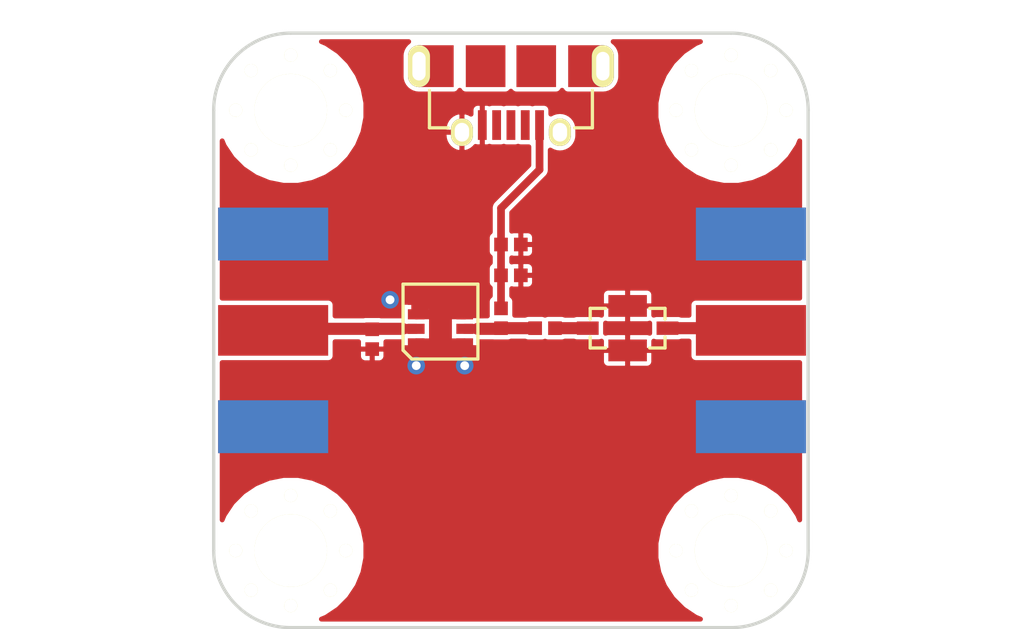
<source format=kicad_pcb>
(kicad_pcb (version 20171130) (host pcbnew 5.0.0-fee4fd1~66~ubuntu16.04.1)

  (general
    (thickness 1.6)
    (drawings 8)
    (tracks 74)
    (zones 0)
    (modules 14)
    (nets 10)
  )

  (page A4)
  (layers
    (0 F.Cu signal)
    (31 B.Cu signal)
    (32 B.Adhes user)
    (33 F.Adhes user)
    (34 B.Paste user)
    (35 F.Paste user)
    (36 B.SilkS user)
    (37 F.SilkS user hide)
    (38 B.Mask user)
    (39 F.Mask user)
    (40 Dwgs.User user)
    (41 Cmts.User user)
    (42 Eco1.User user)
    (43 Eco2.User user)
    (44 Edge.Cuts user)
    (45 Margin user)
    (46 B.CrtYd user)
    (47 F.CrtYd user)
    (48 B.Fab user hide)
    (49 F.Fab user hide)
  )

  (setup
    (last_trace_width 0.35)
    (user_trace_width 0.25)
    (user_trace_width 0.35)
    (user_trace_width 0.4)
    (user_trace_width 0.45)
    (user_trace_width 0.5)
    (user_trace_width 0.55)
    (user_trace_width 0.6)
    (user_trace_width 1)
    (trace_clearance 0.2)
    (zone_clearance 0.2)
    (zone_45_only no)
    (trace_min 0.2)
    (segment_width 0.2)
    (edge_width 0.15)
    (via_size 0.8)
    (via_drill 0.4)
    (via_min_size 0.8)
    (via_min_drill 0.4)
    (user_via 0.8 0.4)
    (uvia_size 0.3)
    (uvia_drill 0.1)
    (uvias_allowed no)
    (uvia_min_size 0.2)
    (uvia_min_drill 0.1)
    (pcb_text_width 0.3)
    (pcb_text_size 1.5 1.5)
    (mod_edge_width 0.15)
    (mod_text_size 1 1)
    (mod_text_width 0.15)
    (pad_size 3.3 3.3)
    (pad_drill 3.3)
    (pad_to_mask_clearance 0)
    (aux_axis_origin 0 0)
    (visible_elements FFFFFF7F)
    (pcbplotparams
      (layerselection 0x010fc_ffffffff)
      (usegerberextensions false)
      (usegerberattributes false)
      (usegerberadvancedattributes false)
      (creategerberjobfile false)
      (excludeedgelayer true)
      (linewidth 0.100000)
      (plotframeref false)
      (viasonmask false)
      (mode 1)
      (useauxorigin false)
      (hpglpennumber 1)
      (hpglpenspeed 20)
      (hpglpendiameter 15.000000)
      (psnegative false)
      (psa4output false)
      (plotreference true)
      (plotvalue true)
      (plotinvisibletext false)
      (padsonsilk false)
      (subtractmaskfromsilk false)
      (outputformat 1)
      (mirror false)
      (drillshape 1)
      (scaleselection 1)
      (outputdirectory ""))
  )

  (net 0 "")
  (net 1 GND)
  (net 2 5v)
  (net 3 "Net-(C3-Pad1)")
  (net 4 "Net-(C3-Pad2)")
  (net 5 "Net-(F1-Pad3)")
  (net 6 "Net-(IC1-Pad2)")
  (net 7 "Net-(J1-Pad3)")
  (net 8 "Net-(J1-Pad4)")
  (net 9 "Net-(J1-Pad2)")

  (net_class Default "This is the default net class."
    (clearance 0.2)
    (trace_width 0.25)
    (via_dia 0.8)
    (via_drill 0.4)
    (uvia_dia 0.3)
    (uvia_drill 0.1)
    (add_net 5v)
    (add_net GND)
    (add_net "Net-(C3-Pad1)")
    (add_net "Net-(C3-Pad2)")
    (add_net "Net-(F1-Pad3)")
    (add_net "Net-(IC1-Pad2)")
    (add_net "Net-(J1-Pad2)")
    (add_net "Net-(J1-Pad3)")
    (add_net "Net-(J1-Pad4)")
  )

  (module agg:0402 (layer F.Cu) (tedit 57654490) (tstamp 5BD37485)
    (at 120 66.1)
    (path /5BD3AEE1)
    (fp_text reference C1 (at -1.71 0 90) (layer F.Fab)
      (effects (font (size 1 1) (thickness 0.15)))
    )
    (fp_text value 10p (at 1.71 0 90) (layer F.Fab)
      (effects (font (size 1 1) (thickness 0.15)))
    )
    (fp_line (start -1.05 0.6) (end -1.05 -0.6) (layer F.CrtYd) (width 0.01))
    (fp_line (start 1.05 0.6) (end -1.05 0.6) (layer F.CrtYd) (width 0.01))
    (fp_line (start 1.05 -0.6) (end 1.05 0.6) (layer F.CrtYd) (width 0.01))
    (fp_line (start -1.05 -0.6) (end 1.05 -0.6) (layer F.CrtYd) (width 0.01))
    (fp_line (start 0.2 -0.25) (end 0.2 0.25) (layer F.Fab) (width 0.01))
    (fp_line (start -0.2 -0.25) (end -0.2 0.25) (layer F.Fab) (width 0.01))
    (fp_line (start -0.5 0.25) (end -0.5 -0.25) (layer F.Fab) (width 0.01))
    (fp_line (start 0.5 0.25) (end -0.5 0.25) (layer F.Fab) (width 0.01))
    (fp_line (start 0.5 -0.25) (end 0.5 0.25) (layer F.Fab) (width 0.01))
    (fp_line (start -0.5 -0.25) (end 0.5 -0.25) (layer F.Fab) (width 0.01))
    (pad 2 smd rect (at 0.45 0) (size 0.62 0.62) (layers F.Cu F.Paste F.Mask)
      (net 1 GND))
    (pad 1 smd rect (at -0.45 0) (size 0.62 0.62) (layers F.Cu F.Paste F.Mask)
      (net 2 5v))
    (model ${KISYS3DMOD}/Resistors_SMD.3dshapes/R_0402.wrl
      (at (xyz 0 0 0))
      (scale (xyz 1 1 1))
      (rotate (xyz 0 0 0))
    )
  )

  (module agg:0402 (layer F.Cu) (tedit 57654490) (tstamp 5BD37495)
    (at 120 67.5)
    (path /5BD3AE1F)
    (fp_text reference C2 (at -1.71 0 90) (layer F.Fab)
      (effects (font (size 1 1) (thickness 0.15)))
    )
    (fp_text value 0.01u (at 1.71 0 90) (layer F.Fab)
      (effects (font (size 1 1) (thickness 0.15)))
    )
    (fp_line (start -0.5 -0.25) (end 0.5 -0.25) (layer F.Fab) (width 0.01))
    (fp_line (start 0.5 -0.25) (end 0.5 0.25) (layer F.Fab) (width 0.01))
    (fp_line (start 0.5 0.25) (end -0.5 0.25) (layer F.Fab) (width 0.01))
    (fp_line (start -0.5 0.25) (end -0.5 -0.25) (layer F.Fab) (width 0.01))
    (fp_line (start -0.2 -0.25) (end -0.2 0.25) (layer F.Fab) (width 0.01))
    (fp_line (start 0.2 -0.25) (end 0.2 0.25) (layer F.Fab) (width 0.01))
    (fp_line (start -1.05 -0.6) (end 1.05 -0.6) (layer F.CrtYd) (width 0.01))
    (fp_line (start 1.05 -0.6) (end 1.05 0.6) (layer F.CrtYd) (width 0.01))
    (fp_line (start 1.05 0.6) (end -1.05 0.6) (layer F.CrtYd) (width 0.01))
    (fp_line (start -1.05 0.6) (end -1.05 -0.6) (layer F.CrtYd) (width 0.01))
    (pad 1 smd rect (at -0.45 0) (size 0.62 0.62) (layers F.Cu F.Paste F.Mask)
      (net 2 5v))
    (pad 2 smd rect (at 0.45 0) (size 0.62 0.62) (layers F.Cu F.Paste F.Mask)
      (net 1 GND))
    (model ${KISYS3DMOD}/Resistors_SMD.3dshapes/R_0402.wrl
      (at (xyz 0 0 0))
      (scale (xyz 1 1 1))
      (rotate (xyz 0 0 0))
    )
  )

  (module agg:0402 (layer F.Cu) (tedit 57654490) (tstamp 5BD374A5)
    (at 121.55 69.9)
    (path /5BD3F49E)
    (fp_text reference C3 (at -1.71 0 90) (layer F.Fab)
      (effects (font (size 1 1) (thickness 0.15)))
    )
    (fp_text value 100p (at 1.71 0 90) (layer F.Fab)
      (effects (font (size 1 1) (thickness 0.15)))
    )
    (fp_line (start -0.5 -0.25) (end 0.5 -0.25) (layer F.Fab) (width 0.01))
    (fp_line (start 0.5 -0.25) (end 0.5 0.25) (layer F.Fab) (width 0.01))
    (fp_line (start 0.5 0.25) (end -0.5 0.25) (layer F.Fab) (width 0.01))
    (fp_line (start -0.5 0.25) (end -0.5 -0.25) (layer F.Fab) (width 0.01))
    (fp_line (start -0.2 -0.25) (end -0.2 0.25) (layer F.Fab) (width 0.01))
    (fp_line (start 0.2 -0.25) (end 0.2 0.25) (layer F.Fab) (width 0.01))
    (fp_line (start -1.05 -0.6) (end 1.05 -0.6) (layer F.CrtYd) (width 0.01))
    (fp_line (start 1.05 -0.6) (end 1.05 0.6) (layer F.CrtYd) (width 0.01))
    (fp_line (start 1.05 0.6) (end -1.05 0.6) (layer F.CrtYd) (width 0.01))
    (fp_line (start -1.05 0.6) (end -1.05 -0.6) (layer F.CrtYd) (width 0.01))
    (pad 1 smd rect (at -0.45 0) (size 0.62 0.62) (layers F.Cu F.Paste F.Mask)
      (net 3 "Net-(C3-Pad1)"))
    (pad 2 smd rect (at 0.45 0) (size 0.62 0.62) (layers F.Cu F.Paste F.Mask)
      (net 4 "Net-(C3-Pad2)"))
    (model ${KISYS3DMOD}/Resistors_SMD.3dshapes/R_0402.wrl
      (at (xyz 0 0 0))
      (scale (xyz 1 1 1))
      (rotate (xyz 0 0 0))
    )
  )

  (module agg:FV1206-4 (layer F.Cu) (tedit 5BD36B91) (tstamp 5BD374B9)
    (at 125.3 69.9)
    (path /5BD42A84)
    (fp_text reference F1 (at 0 -2.7) (layer F.Fab)
      (effects (font (size 1 1) (thickness 0.15)))
    )
    (fp_text value BFCN-2450+ (at 0 2.9) (layer F.Fab)
      (effects (font (size 1 1) (thickness 0.15)))
    )
    (fp_line (start 1.7 0.9) (end 1.7 0.4) (layer F.SilkS) (width 0.15))
    (fp_line (start 1.7 -0.9) (end 1.7 -0.4) (layer F.SilkS) (width 0.15))
    (fp_line (start 1 -0.9) (end 1.7 -0.9) (layer F.SilkS) (width 0.15))
    (fp_line (start -1.7 -0.9) (end -1 -0.9) (layer F.SilkS) (width 0.15))
    (fp_line (start -1.7 -0.4) (end -1.7 -0.9) (layer F.SilkS) (width 0.15))
    (fp_line (start -1.7 0.9) (end -1.7 0.4) (layer F.SilkS) (width 0.15))
    (fp_line (start -1 0.9) (end -1.7 0.9) (layer F.SilkS) (width 0.15))
    (fp_line (start 1.7 0.9) (end 1 0.9) (layer F.SilkS) (width 0.15))
    (fp_line (start 2.4 1.6) (end 2.4 -1.6) (layer F.CrtYd) (width 0.01))
    (fp_line (start -2.4 1.6) (end 2.4 1.6) (layer F.CrtYd) (width 0.01))
    (fp_line (start -2.4 -1.6) (end -2.4 1.6) (layer F.CrtYd) (width 0.01))
    (fp_line (start 2.4 -1.6) (end -2.4 -1.6) (layer F.CrtYd) (width 0.01))
    (pad 4 smd rect (at 0 -1.01) (size 1.75 0.99) (layers F.Cu F.Paste F.Mask)
      (net 1 GND))
    (pad 3 smd rect (at 1.81 0) (size 0.99 0.61) (layers F.Cu F.Paste F.Mask)
      (net 5 "Net-(F1-Pad3)"))
    (pad 2 smd rect (at 0 1.01) (size 1.75 0.99) (layers F.Cu F.Paste F.Mask)
      (net 1 GND))
    (pad 1 smd rect (at -1.81 0) (size 0.99 0.61) (layers F.Cu F.Paste F.Mask)
      (net 4 "Net-(C3-Pad2)"))
  )

  (module agg:DL1721 (layer F.Cu) (tedit 5BD365AE) (tstamp 5BD374CF)
    (at 116.8 69.6 90)
    (path /5BD428A5)
    (fp_text reference IC1 (at 0.4 -2.7 90) (layer F.Fab)
      (effects (font (size 1 1) (thickness 0.15)))
    )
    (fp_text value CMA-83LN+ (at 0 3 90) (layer F.Fab)
      (effects (font (size 1 1) (thickness 0.15)))
    )
    (fp_line (start -1.7 -1.3) (end -1.7 1.7) (layer F.SilkS) (width 0.15))
    (fp_line (start -1.3 -1.7) (end -1.7 -1.3) (layer F.SilkS) (width 0.15))
    (fp_line (start 1.7 -1.7) (end -1.3 -1.7) (layer F.SilkS) (width 0.15))
    (fp_line (start 1.7 1.7) (end -1.7 1.7) (layer F.SilkS) (width 0.15))
    (fp_line (start 1.7 -1.7) (end 1.7 1.7) (layer F.SilkS) (width 0.15))
    (fp_line (start -1.5 1.5) (end -1.5 -1.5) (layer F.CrtYd) (width 0.01))
    (fp_line (start 1.5 1.5) (end -1.5 1.5) (layer F.CrtYd) (width 0.01))
    (fp_line (start 1.5 -1.5) (end 1.5 1.5) (layer F.CrtYd) (width 0.01))
    (fp_line (start -1.5 -1.5) (end 1.5 -1.5) (layer F.CrtYd) (width 0.01))
    (pad 8 smd custom (at -0.99 1.1 90) (size 0.46 0.76) (layers F.Cu F.Paste F.Mask)
      (net 1 GND) (zone_connect 0)
      (options (clearance outline) (anchor rect))
      (primitives
      ))
    (pad 7 smd custom (at -0.33 1.1 90) (size 0.46 0.76) (layers F.Cu F.Paste F.Mask)
      (net 3 "Net-(C3-Pad1)") (zone_connect 0)
      (options (clearance outline) (anchor rect))
      (primitives
      ))
    (pad 6 smd custom (at 0.33 1.1 90) (size 0.46 0.76) (layers F.Cu F.Paste F.Mask)
      (net 1 GND) (zone_connect 0)
      (options (clearance outline) (anchor rect))
      (primitives
      ))
    (pad 5 smd custom (at 0.99 1.1 90) (size 0.46 0.76) (layers F.Cu F.Paste F.Mask)
      (net 1 GND) (zone_connect 0)
      (options (clearance outline) (anchor rect))
      (primitives
      ))
    (pad 1 smd custom (at -0.99 -1.1 90) (size 0.46 0.76) (layers F.Cu F.Paste F.Mask)
      (net 1 GND) (zone_connect 0)
      (options (clearance outline) (anchor rect))
      (primitives
      ))
    (pad 2 smd custom (at -0.33 -1.1 90) (size 0.46 0.76) (layers F.Cu F.Paste F.Mask)
      (net 6 "Net-(IC1-Pad2)") (zone_connect 0)
      (options (clearance outline) (anchor rect))
      (primitives
      ))
    (pad 4 smd custom (at 0.99 -1.1 90) (size 0.46 0.76) (layers F.Cu F.Paste F.Mask)
      (net 1 GND) (zone_connect 0)
      (options (clearance outline) (anchor rect))
      (primitives
      ))
    (pad 3 smd custom (at 0.33 -1.1 90) (size 0.46 0.76) (layers F.Cu F.Paste F.Mask)
      (net 1 GND) (zone_connect 0)
      (options (clearance outline) (anchor rect))
      (primitives
      ))
    (pad EP smd custom (at 0 0 90) (size 1 1) (layers F.Cu F.Paste F.Mask)
      (net 1 GND) (zone_connect 0)
      (options (clearance outline) (anchor rect))
      (primitives
        (gr_poly (pts
           (xy -0.955 0.52) (xy 0.955 0.52) (xy 0.955 0.23) (xy 1.5 0.23) (xy 1.5 -0.23)
           (xy 0.955 -0.23) (xy 0.955 -0.52) (xy -0.955 -0.52) (xy -0.955 -0.23) (xy -1.5 -0.23)
           (xy -1.5 0.23) (xy -0.955 0.23)) (width 0))
      ))
  )

  (module agg:MICROUSB_MOLEX_47589-0001 (layer F.Cu) (tedit 5688C817) (tstamp 5BD37512)
    (at 120 58 180)
    (path /5BD36BDA)
    (fp_text reference J1 (at 0 -4.75 180) (layer F.Fab)
      (effects (font (size 1 1) (thickness 0.15)))
    )
    (fp_text value MICROUSB (at 0 3.75 180) (layer F.Fab)
      (effects (font (size 1 1) (thickness 0.15)))
    )
    (fp_line (start 5 3) (end -5 3) (layer F.CrtYd) (width 0.01))
    (fp_line (start 5 -4) (end 5 3) (layer F.CrtYd) (width 0.01))
    (fp_line (start -5 -4) (end 5 -4) (layer F.CrtYd) (width 0.01))
    (fp_line (start -5 3) (end -5 -4) (layer F.CrtYd) (width 0.01))
    (fp_line (start -3.7 -2.8) (end -3.7 -1.1) (layer F.SilkS) (width 0.15))
    (fp_line (start -2.9 -2.8) (end -3.7 -2.8) (layer F.SilkS) (width 0.15))
    (fp_line (start 3.7 -2.8) (end 2.85 -2.8) (layer F.SilkS) (width 0.15))
    (fp_line (start 3.7 -1.1) (end 3.7 -2.8) (layer F.SilkS) (width 0.15))
    (fp_line (start -1.17 -2.2) (end -1.17 -2.85) (layer F.Fab) (width 0.01))
    (fp_line (start -1.43 -2.2) (end -1.17 -2.2) (layer F.Fab) (width 0.01))
    (fp_line (start -1.43 -2.85) (end -1.43 -2.2) (layer F.Fab) (width 0.01))
    (fp_line (start -0.52 -2.2) (end -0.52 -2.85) (layer F.Fab) (width 0.01))
    (fp_line (start -0.78 -2.2) (end -0.52 -2.2) (layer F.Fab) (width 0.01))
    (fp_line (start -0.78 -2.85) (end -0.78 -2.2) (layer F.Fab) (width 0.01))
    (fp_line (start 1.43 -2.2) (end 1.43 -2.85) (layer F.Fab) (width 0.01))
    (fp_line (start 1.17 -2.2) (end 1.43 -2.2) (layer F.Fab) (width 0.01))
    (fp_line (start 1.17 -2.85) (end 1.17 -2.2) (layer F.Fab) (width 0.01))
    (fp_line (start 0.78 -2.2) (end 0.78 -2.85) (layer F.Fab) (width 0.01))
    (fp_line (start 0.52 -2.2) (end 0.78 -2.2) (layer F.Fab) (width 0.01))
    (fp_line (start 0.52 -2.85) (end 0.52 -2.2) (layer F.Fab) (width 0.01))
    (fp_line (start -0.13 -2.2) (end -0.13 -2.85) (layer F.Fab) (width 0.01))
    (fp_line (start 0.13 -2.2) (end -0.13 -2.2) (layer F.Fab) (width 0.01))
    (fp_line (start 0.13 -2.85) (end 0.13 -2.2) (layer F.Fab) (width 0.01))
    (fp_line (start -2.45 -3.15) (end -2.45 -2.85) (layer F.Fab) (width 0.01))
    (fp_line (start -2 -3.15) (end -2.45 -3.15) (layer F.Fab) (width 0.01))
    (fp_line (start -2 -2.85) (end -2 -3.15) (layer F.Fab) (width 0.01))
    (fp_line (start 2.45 -3.15) (end 2.45 -2.85) (layer F.Fab) (width 0.01))
    (fp_line (start 2 -3.15) (end 2.45 -3.15) (layer F.Fab) (width 0.01))
    (fp_line (start 2 -2.85) (end 2 -3.15) (layer F.Fab) (width 0.01))
    (fp_line (start -4.03 -0.45) (end -4.03 0.45) (layer F.Fab) (width 0.01))
    (fp_line (start 4.03 0.45) (end 4.03 0.45) (layer F.Fab) (width 0.01))
    (fp_line (start 4.03 -0.45) (end 4.03 0.45) (layer F.Fab) (width 0.01))
    (fp_line (start 4.33 -0.45) (end 3.75 -0.45) (layer F.Fab) (width 0.01))
    (fp_line (start 4.33 0.45) (end 4.33 -0.45) (layer F.Fab) (width 0.01))
    (fp_line (start 3.75 0.45) (end 4.33 0.45) (layer F.Fab) (width 0.01))
    (fp_line (start 3.75 -2.85) (end 3.75 2.75) (layer F.Fab) (width 0.01))
    (fp_line (start -3.75 -2.85) (end 3.75 -2.85) (layer F.Fab) (width 0.01))
    (fp_line (start -3.75 2.75) (end -3.75 -2.85) (layer F.Fab) (width 0.01))
    (fp_line (start -3.95 2.75) (end -3.75 2.15) (layer F.Fab) (width 0.01))
    (fp_line (start -4.1 2.75) (end -3.95 2.75) (layer F.Fab) (width 0.01))
    (fp_line (start 3.95 2.75) (end 3.75 2.15) (layer F.Fab) (width 0.01))
    (fp_line (start 4.1 2.75) (end 3.95 2.75) (layer F.Fab) (width 0.01))
    (fp_line (start 3.9 2.15) (end -3.9 2.15) (layer F.Fab) (width 0.01))
    (fp_line (start 4.1 2.75) (end 3.9 2.15) (layer F.Fab) (width 0.01))
    (fp_line (start -4.675 1.45) (end 4.675 1.45) (layer F.Fab) (width 0.01))
    (fp_line (start -3.75 2.75) (end 3.75 2.75) (layer F.Fab) (width 0.01))
    (fp_line (start -4.1 2.75) (end -3.9 2.15) (layer F.Fab) (width 0.01))
    (fp_line (start -4.33 -0.45) (end -3.75 -0.45) (layer F.Fab) (width 0.01))
    (fp_line (start -4.33 0.45) (end -4.33 -0.45) (layer F.Fab) (width 0.01))
    (fp_line (start -3.75 0.45) (end -4.33 0.45) (layer F.Fab) (width 0.01))
    (pad 3 smd rect (at 0 -2.675 180) (size 0.4 1.35) (layers F.Cu F.Paste F.Mask)
      (net 7 "Net-(J1-Pad3)"))
    (pad 4 smd rect (at 0.65 -2.675 180) (size 0.4 1.35) (layers F.Cu F.Paste F.Mask)
      (net 8 "Net-(J1-Pad4)"))
    (pad 2 smd rect (at -0.65 -2.675 180) (size 0.4 1.35) (layers F.Cu F.Paste F.Mask)
      (net 9 "Net-(J1-Pad2)"))
    (pad 1 smd rect (at -1.3 -2.675 180) (size 0.4 1.35) (layers F.Cu F.Paste F.Mask)
      (net 2 5v))
    (pad 5 smd rect (at 1.3 -2.675 180) (size 0.4 1.35) (layers F.Cu F.Paste F.Mask)
      (net 1 GND))
    (pad S thru_hole oval (at 2.225 -3 180) (size 1 1.25) (drill oval 0.65 0.85) (layers *.Cu *.Mask F.SilkS)
      (net 1 GND))
    (pad "" thru_hole oval (at -2.225 -3 180) (size 1 1.25) (drill oval 0.65 0.85) (layers *.Cu *.Mask F.SilkS))
    (pad "" smd rect (at 1.15 0 180) (size 1.8 1.9) (layers F.Cu F.Paste F.Mask)
      (solder_paste_margin -0.25))
    (pad "" smd rect (at -1.15 0 180) (size 1.8 1.9) (layers F.Cu F.Paste F.Mask)
      (solder_paste_margin -0.25))
    (pad "" smd rect (at 3.3875 0 180) (size 1.575 1.9) (layers F.Cu F.Paste F.Mask)
      (solder_paste_margin -0.3))
    (pad "" thru_hole oval (at 4.175 0 180) (size 1 1.9) (drill oval 0.6 1.3) (layers *.Cu *.Mask F.SilkS))
    (pad "" smd rect (at -3.3875 0 180) (size 1.575 1.9) (layers F.Cu F.Paste F.Mask)
      (solder_paste_margin -0.3))
    (pad "" thru_hole oval (at -4.175 0 180) (size 1 1.9) (drill oval 0.6 1.3) (layers *.Cu *.Mask F.SilkS))
  )

  (module agg:0402 (layer F.Cu) (tedit 57654490) (tstamp 5BD37522)
    (at 113.7 70.4 270)
    (path /5BD384FB)
    (fp_text reference L1 (at -1.71 0) (layer F.Fab)
      (effects (font (size 1 1) (thickness 0.15)))
    )
    (fp_text value 18n (at 1.71 0) (layer F.Fab)
      (effects (font (size 1 1) (thickness 0.15)))
    )
    (fp_line (start -0.5 -0.25) (end 0.5 -0.25) (layer F.Fab) (width 0.01))
    (fp_line (start 0.5 -0.25) (end 0.5 0.25) (layer F.Fab) (width 0.01))
    (fp_line (start 0.5 0.25) (end -0.5 0.25) (layer F.Fab) (width 0.01))
    (fp_line (start -0.5 0.25) (end -0.5 -0.25) (layer F.Fab) (width 0.01))
    (fp_line (start -0.2 -0.25) (end -0.2 0.25) (layer F.Fab) (width 0.01))
    (fp_line (start 0.2 -0.25) (end 0.2 0.25) (layer F.Fab) (width 0.01))
    (fp_line (start -1.05 -0.6) (end 1.05 -0.6) (layer F.CrtYd) (width 0.01))
    (fp_line (start 1.05 -0.6) (end 1.05 0.6) (layer F.CrtYd) (width 0.01))
    (fp_line (start 1.05 0.6) (end -1.05 0.6) (layer F.CrtYd) (width 0.01))
    (fp_line (start -1.05 0.6) (end -1.05 -0.6) (layer F.CrtYd) (width 0.01))
    (pad 1 smd rect (at -0.45 0 270) (size 0.62 0.62) (layers F.Cu F.Paste F.Mask)
      (net 6 "Net-(IC1-Pad2)"))
    (pad 2 smd rect (at 0.45 0 270) (size 0.62 0.62) (layers F.Cu F.Paste F.Mask)
      (net 1 GND))
    (model ${KISYS3DMOD}/Resistors_SMD.3dshapes/R_0402.wrl
      (at (xyz 0 0 0))
      (scale (xyz 1 1 1))
      (rotate (xyz 0 0 0))
    )
  )

  (module agg:0402 (layer F.Cu) (tedit 57654490) (tstamp 5BD37532)
    (at 119.55 69.45 270)
    (path /5BD3A1E3)
    (fp_text reference L2 (at -1.71 0) (layer F.Fab)
      (effects (font (size 1 1) (thickness 0.15)))
    )
    (fp_text value 39n (at 1.71 0) (layer F.Fab)
      (effects (font (size 1 1) (thickness 0.15)))
    )
    (fp_line (start -1.05 0.6) (end -1.05 -0.6) (layer F.CrtYd) (width 0.01))
    (fp_line (start 1.05 0.6) (end -1.05 0.6) (layer F.CrtYd) (width 0.01))
    (fp_line (start 1.05 -0.6) (end 1.05 0.6) (layer F.CrtYd) (width 0.01))
    (fp_line (start -1.05 -0.6) (end 1.05 -0.6) (layer F.CrtYd) (width 0.01))
    (fp_line (start 0.2 -0.25) (end 0.2 0.25) (layer F.Fab) (width 0.01))
    (fp_line (start -0.2 -0.25) (end -0.2 0.25) (layer F.Fab) (width 0.01))
    (fp_line (start -0.5 0.25) (end -0.5 -0.25) (layer F.Fab) (width 0.01))
    (fp_line (start 0.5 0.25) (end -0.5 0.25) (layer F.Fab) (width 0.01))
    (fp_line (start 0.5 -0.25) (end 0.5 0.25) (layer F.Fab) (width 0.01))
    (fp_line (start -0.5 -0.25) (end 0.5 -0.25) (layer F.Fab) (width 0.01))
    (pad 2 smd rect (at 0.45 0 270) (size 0.62 0.62) (layers F.Cu F.Paste F.Mask)
      (net 3 "Net-(C3-Pad1)"))
    (pad 1 smd rect (at -0.45 0 270) (size 0.62 0.62) (layers F.Cu F.Paste F.Mask)
      (net 2 5v))
    (model ${KISYS3DMOD}/Resistors_SMD.3dshapes/R_0402.wrl
      (at (xyz 0 0 0))
      (scale (xyz 1 1 1))
      (rotate (xyz 0 0 0))
    )
  )

  (module agg:SMA-EDGE (layer F.Cu) (tedit 574B60F3) (tstamp 5BD3B627)
    (at 109.2 70 90)
    (path /5BD37A29)
    (fp_text reference P1 (at -6.5 0 180) (layer F.Fab)
      (effects (font (size 1 1) (thickness 0.15)))
    )
    (fp_text value "RF IN" (at 6.65 0 180) (layer F.Fab)
      (effects (font (size 1 1) (thickness 0.15)))
    )
    (fp_line (start -5.85 -12.4) (end -5.85 2.75) (layer F.CrtYd) (width 0.01))
    (fp_line (start 5.85 -12.4) (end -5.85 -12.4) (layer F.CrtYd) (width 0.01))
    (fp_line (start 5.85 2.75) (end 5.85 -12.4) (layer F.CrtYd) (width 0.01))
    (fp_line (start -5.85 2.75) (end 5.85 2.75) (layer F.CrtYd) (width 0.01))
    (fp_line (start 3.25 -7.5) (end -3.25 -7) (layer F.Fab) (width 0.01))
    (fp_line (start 3.25 -8.5) (end -3.25 -8) (layer F.Fab) (width 0.01))
    (fp_line (start 3.25 -9.5) (end -3.25 -9) (layer F.Fab) (width 0.01))
    (fp_line (start 3.25 -10.5) (end -3.25 -10) (layer F.Fab) (width 0.01))
    (fp_line (start 3.25 -6.15) (end -3.25 -6.15) (layer F.Fab) (width 0.01))
    (fp_line (start 3.25 -12.15) (end 3.25 -6.15) (layer F.Fab) (width 0.01))
    (fp_line (start -3.25 -12.15) (end 3.25 -12.15) (layer F.Fab) (width 0.01))
    (fp_line (start -3.25 -6.15) (end -3.25 -12.15) (layer F.Fab) (width 0.01))
    (fp_line (start 2.5 -6.15) (end 2.5 -4.15) (layer F.Fab) (width 0.01))
    (fp_line (start -2.5 -4.15) (end -2.5 -6.15) (layer F.Fab) (width 0.01))
    (fp_line (start 3.75 2.25) (end 3.75 -2.5) (layer F.Fab) (width 0.01))
    (fp_line (start 4.75 2.25) (end 3.75 2.25) (layer F.Fab) (width 0.01))
    (fp_line (start 4.75 -2.5) (end 4.75 2.25) (layer F.Fab) (width 0.01))
    (fp_line (start -3.75 2.25) (end -3.75 -2.5) (layer F.Fab) (width 0.01))
    (fp_line (start -4.75 2.25) (end -3.75 2.25) (layer F.Fab) (width 0.01))
    (fp_line (start -4.75 -2.5) (end -4.75 2.25) (layer F.Fab) (width 0.01))
    (fp_line (start 0.4 2.25) (end 0.4 -2.5) (layer F.Fab) (width 0.01))
    (fp_line (start -0.4 2.25) (end 0.4 2.25) (layer F.Fab) (width 0.01))
    (fp_line (start -0.4 -2.5) (end -0.4 2.25) (layer F.Fab) (width 0.01))
    (fp_line (start 4.75 -4.15) (end 4.75 -2.5) (layer F.Fab) (width 0.01))
    (fp_line (start -4.75 -4.15) (end 4.75 -4.15) (layer F.Fab) (width 0.01))
    (fp_line (start -4.75 -2.5) (end -4.75 -4.15) (layer F.Fab) (width 0.01))
    (fp_line (start -4.75 -2.5) (end 4.75 -2.5) (layer F.Fab) (width 0.01))
    (pad 1 smd rect (at 0 0 90) (size 2.3 5) (layers F.Cu F.Paste F.Mask)
      (net 6 "Net-(IC1-Pad2)") (zone_connect 2))
    (pad 2 smd rect (at 4.375 0 90) (size 2.4 5) (layers B.Cu B.Paste B.Mask)
      (net 1 GND) (zone_connect 2))
    (pad 2 smd rect (at -4.375 0 90) (size 2.4 5) (layers B.Cu B.Paste B.Mask)
      (net 1 GND) (zone_connect 2))
    (pad 2 smd rect (at -4.375 0 90) (size 2.4 5) (layers F.Cu F.Paste F.Mask)
      (net 1 GND) (zone_connect 2))
    (pad 2 smd rect (at 4.375 0 90) (size 2.4 5) (layers F.Cu F.Paste F.Mask)
      (net 1 GND) (zone_connect 2))
  )

  (module agg:SMA-EDGE (layer F.Cu) (tedit 574B60F3) (tstamp 5BD3757A)
    (at 130.9 70 270)
    (path /5BD4496F)
    (fp_text reference P2 (at -6.5 0) (layer F.Fab)
      (effects (font (size 1 1) (thickness 0.15)))
    )
    (fp_text value "RF OUT" (at 6.65 0) (layer F.Fab)
      (effects (font (size 1 1) (thickness 0.15)))
    )
    (fp_line (start -4.75 -2.5) (end 4.75 -2.5) (layer F.Fab) (width 0.01))
    (fp_line (start -4.75 -2.5) (end -4.75 -4.15) (layer F.Fab) (width 0.01))
    (fp_line (start -4.75 -4.15) (end 4.75 -4.15) (layer F.Fab) (width 0.01))
    (fp_line (start 4.75 -4.15) (end 4.75 -2.5) (layer F.Fab) (width 0.01))
    (fp_line (start -0.4 -2.5) (end -0.4 2.25) (layer F.Fab) (width 0.01))
    (fp_line (start -0.4 2.25) (end 0.4 2.25) (layer F.Fab) (width 0.01))
    (fp_line (start 0.4 2.25) (end 0.4 -2.5) (layer F.Fab) (width 0.01))
    (fp_line (start -4.75 -2.5) (end -4.75 2.25) (layer F.Fab) (width 0.01))
    (fp_line (start -4.75 2.25) (end -3.75 2.25) (layer F.Fab) (width 0.01))
    (fp_line (start -3.75 2.25) (end -3.75 -2.5) (layer F.Fab) (width 0.01))
    (fp_line (start 4.75 -2.5) (end 4.75 2.25) (layer F.Fab) (width 0.01))
    (fp_line (start 4.75 2.25) (end 3.75 2.25) (layer F.Fab) (width 0.01))
    (fp_line (start 3.75 2.25) (end 3.75 -2.5) (layer F.Fab) (width 0.01))
    (fp_line (start -2.5 -4.15) (end -2.5 -6.15) (layer F.Fab) (width 0.01))
    (fp_line (start 2.5 -6.15) (end 2.5 -4.15) (layer F.Fab) (width 0.01))
    (fp_line (start -3.25 -6.15) (end -3.25 -12.15) (layer F.Fab) (width 0.01))
    (fp_line (start -3.25 -12.15) (end 3.25 -12.15) (layer F.Fab) (width 0.01))
    (fp_line (start 3.25 -12.15) (end 3.25 -6.15) (layer F.Fab) (width 0.01))
    (fp_line (start 3.25 -6.15) (end -3.25 -6.15) (layer F.Fab) (width 0.01))
    (fp_line (start 3.25 -10.5) (end -3.25 -10) (layer F.Fab) (width 0.01))
    (fp_line (start 3.25 -9.5) (end -3.25 -9) (layer F.Fab) (width 0.01))
    (fp_line (start 3.25 -8.5) (end -3.25 -8) (layer F.Fab) (width 0.01))
    (fp_line (start 3.25 -7.5) (end -3.25 -7) (layer F.Fab) (width 0.01))
    (fp_line (start -5.85 2.75) (end 5.85 2.75) (layer F.CrtYd) (width 0.01))
    (fp_line (start 5.85 2.75) (end 5.85 -12.4) (layer F.CrtYd) (width 0.01))
    (fp_line (start 5.85 -12.4) (end -5.85 -12.4) (layer F.CrtYd) (width 0.01))
    (fp_line (start -5.85 -12.4) (end -5.85 2.75) (layer F.CrtYd) (width 0.01))
    (pad 2 smd rect (at 4.375 0 270) (size 2.4 5) (layers F.Cu F.Paste F.Mask)
      (net 1 GND) (zone_connect 2))
    (pad 2 smd rect (at -4.375 0 270) (size 2.4 5) (layers F.Cu F.Paste F.Mask)
      (net 1 GND) (zone_connect 2))
    (pad 2 smd rect (at -4.375 0 270) (size 2.4 5) (layers B.Cu B.Paste B.Mask)
      (net 1 GND) (zone_connect 2))
    (pad 2 smd rect (at 4.375 0 270) (size 2.4 5) (layers B.Cu B.Paste B.Mask)
      (net 1 GND) (zone_connect 2))
    (pad 1 smd rect (at 0 0 270) (size 2.3 5) (layers F.Cu F.Paste F.Mask)
      (net 5 "Net-(F1-Pad3)") (zone_connect 2))
  )

  (module agg:M3_MOUNT (layer F.Cu) (tedit 5681D0FF) (tstamp 5BD3B346)
    (at 110 60)
    (path /5BD47F80)
    (fp_text reference X1 (at 0 -4.1) (layer F.Fab) hide
      (effects (font (size 1 1) (thickness 0.15)))
    )
    (fp_text value "M3 Hole" (at 0 4.1) (layer F.Fab) hide
      (effects (font (size 1 1) (thickness 0.15)))
    )
    (fp_line (start -3.4 3.4) (end -3.4 -3.4) (layer F.CrtYd) (width 0.01))
    (fp_line (start 3.4 3.4) (end -3.4 3.4) (layer F.CrtYd) (width 0.01))
    (fp_line (start 3.4 -3.4) (end 3.4 3.4) (layer F.CrtYd) (width 0.01))
    (fp_line (start -3.4 -3.4) (end 3.4 -3.4) (layer F.CrtYd) (width 0.01))
    (pad "" np_thru_hole circle (at 0 0) (size 3.3 3.3) (drill 3.3) (layers *.Cu *.Mask F.SilkS)
      (solder_mask_margin 1.5) (clearance 1.65))
    (pad "" np_thru_hole circle (at 0 -2.5) (size 0.6 0.6) (drill 0.6) (layers *.Cu *.Mask F.SilkS))
    (pad "" np_thru_hole circle (at 2.5 0) (size 0.6 0.6) (drill 0.6) (layers *.Cu *.Mask F.SilkS))
    (pad "" np_thru_hole circle (at 0 2.5) (size 0.6 0.6) (drill 0.6) (layers *.Cu *.Mask F.SilkS))
    (pad "" np_thru_hole circle (at -2.5 0) (size 0.6 0.6) (drill 0.6) (layers *.Cu *.Mask F.SilkS))
    (pad "" np_thru_hole circle (at -1.8 -1.8) (size 0.6 0.6) (drill 0.6) (layers *.Cu *.Mask F.SilkS))
    (pad "" np_thru_hole circle (at 1.8 -1.8) (size 0.6 0.6) (drill 0.6) (layers *.Cu *.Mask F.SilkS))
    (pad "" np_thru_hole circle (at -1.8 1.8) (size 0.6 0.6) (drill 0.6) (layers *.Cu *.Mask F.SilkS))
    (pad "" np_thru_hole circle (at 1.8 1.8) (size 0.6 0.6) (drill 0.6) (layers *.Cu *.Mask F.SilkS))
  )

  (module agg:M3_MOUNT (layer F.Cu) (tedit 5681D0FF) (tstamp 5BD3B357)
    (at 110 80)
    (path /5BD481CD)
    (fp_text reference X2 (at 0 -4.1) (layer F.Fab) hide
      (effects (font (size 1 1) (thickness 0.15)))
    )
    (fp_text value "M3 Hole" (at 0 4.1) (layer F.Fab) hide
      (effects (font (size 1 1) (thickness 0.15)))
    )
    (fp_line (start -3.4 -3.4) (end 3.4 -3.4) (layer F.CrtYd) (width 0.01))
    (fp_line (start 3.4 -3.4) (end 3.4 3.4) (layer F.CrtYd) (width 0.01))
    (fp_line (start 3.4 3.4) (end -3.4 3.4) (layer F.CrtYd) (width 0.01))
    (fp_line (start -3.4 3.4) (end -3.4 -3.4) (layer F.CrtYd) (width 0.01))
    (pad "" np_thru_hole circle (at 1.8 1.8) (size 0.6 0.6) (drill 0.6) (layers *.Cu *.Mask F.SilkS))
    (pad "" np_thru_hole circle (at -1.8 1.8) (size 0.6 0.6) (drill 0.6) (layers *.Cu *.Mask F.SilkS))
    (pad "" np_thru_hole circle (at 1.8 -1.8) (size 0.6 0.6) (drill 0.6) (layers *.Cu *.Mask F.SilkS))
    (pad "" np_thru_hole circle (at -1.8 -1.8) (size 0.6 0.6) (drill 0.6) (layers *.Cu *.Mask F.SilkS))
    (pad "" np_thru_hole circle (at -2.5 0) (size 0.6 0.6) (drill 0.6) (layers *.Cu *.Mask F.SilkS))
    (pad "" np_thru_hole circle (at 0 2.5) (size 0.6 0.6) (drill 0.6) (layers *.Cu *.Mask F.SilkS))
    (pad "" np_thru_hole circle (at 2.5 0) (size 0.6 0.6) (drill 0.6) (layers *.Cu *.Mask F.SilkS))
    (pad "" np_thru_hole circle (at 0 -2.5) (size 0.6 0.6) (drill 0.6) (layers *.Cu *.Mask F.SilkS))
    (pad "" np_thru_hole circle (at 0 0) (size 3.3 3.3) (drill 3.3) (layers *.Cu *.Mask F.SilkS)
      (solder_mask_margin 1.5) (clearance 1.65))
  )

  (module agg:M3_MOUNT (layer F.Cu) (tedit 5681D0FF) (tstamp 5BD3B368)
    (at 130 60)
    (path /5BD481FF)
    (fp_text reference X3 (at 0 -4.1) (layer F.Fab) hide
      (effects (font (size 1 1) (thickness 0.15)))
    )
    (fp_text value "M3 Hole" (at 0 4.1) (layer F.Fab) hide
      (effects (font (size 1 1) (thickness 0.15)))
    )
    (fp_line (start -3.4 3.4) (end -3.4 -3.4) (layer F.CrtYd) (width 0.01))
    (fp_line (start 3.4 3.4) (end -3.4 3.4) (layer F.CrtYd) (width 0.01))
    (fp_line (start 3.4 -3.4) (end 3.4 3.4) (layer F.CrtYd) (width 0.01))
    (fp_line (start -3.4 -3.4) (end 3.4 -3.4) (layer F.CrtYd) (width 0.01))
    (pad "" np_thru_hole circle (at 0 0) (size 3.3 3.3) (drill 3.3) (layers *.Cu *.Mask F.SilkS)
      (solder_mask_margin 1.5) (clearance 1.65))
    (pad "" np_thru_hole circle (at 0 -2.5) (size 0.6 0.6) (drill 0.6) (layers *.Cu *.Mask F.SilkS))
    (pad "" np_thru_hole circle (at 2.5 0) (size 0.6 0.6) (drill 0.6) (layers *.Cu *.Mask F.SilkS))
    (pad "" np_thru_hole circle (at 0 2.5) (size 0.6 0.6) (drill 0.6) (layers *.Cu *.Mask F.SilkS))
    (pad "" np_thru_hole circle (at -2.5 0) (size 0.6 0.6) (drill 0.6) (layers *.Cu *.Mask F.SilkS))
    (pad "" np_thru_hole circle (at -1.8 -1.8) (size 0.6 0.6) (drill 0.6) (layers *.Cu *.Mask F.SilkS))
    (pad "" np_thru_hole circle (at 1.8 -1.8) (size 0.6 0.6) (drill 0.6) (layers *.Cu *.Mask F.SilkS))
    (pad "" np_thru_hole circle (at -1.8 1.8) (size 0.6 0.6) (drill 0.6) (layers *.Cu *.Mask F.SilkS))
    (pad "" np_thru_hole circle (at 1.8 1.8) (size 0.6 0.6) (drill 0.6) (layers *.Cu *.Mask F.SilkS))
  )

  (module agg:M3_MOUNT (layer F.Cu) (tedit 5681D0FF) (tstamp 5BD3B379)
    (at 130 80)
    (path /5BD48249)
    (fp_text reference X4 (at 0 -4.1) (layer F.Fab) hide
      (effects (font (size 1 1) (thickness 0.15)))
    )
    (fp_text value "M3 Hole" (at 0 4.1) (layer F.Fab) hide
      (effects (font (size 1 1) (thickness 0.15)))
    )
    (fp_line (start -3.4 -3.4) (end 3.4 -3.4) (layer F.CrtYd) (width 0.01))
    (fp_line (start 3.4 -3.4) (end 3.4 3.4) (layer F.CrtYd) (width 0.01))
    (fp_line (start 3.4 3.4) (end -3.4 3.4) (layer F.CrtYd) (width 0.01))
    (fp_line (start -3.4 3.4) (end -3.4 -3.4) (layer F.CrtYd) (width 0.01))
    (pad "" np_thru_hole circle (at 1.8 1.8) (size 0.6 0.6) (drill 0.6) (layers *.Cu *.Mask F.SilkS))
    (pad "" np_thru_hole circle (at -1.8 1.8) (size 0.6 0.6) (drill 0.6) (layers *.Cu *.Mask F.SilkS))
    (pad "" np_thru_hole circle (at 1.8 -1.8) (size 0.6 0.6) (drill 0.6) (layers *.Cu *.Mask F.SilkS))
    (pad "" np_thru_hole circle (at -1.8 -1.8) (size 0.6 0.6) (drill 0.6) (layers *.Cu *.Mask F.SilkS))
    (pad "" np_thru_hole circle (at -2.5 0) (size 0.6 0.6) (drill 0.6) (layers *.Cu *.Mask F.SilkS))
    (pad "" np_thru_hole circle (at 0 2.5) (size 0.6 0.6) (drill 0.6) (layers *.Cu *.Mask F.SilkS))
    (pad "" np_thru_hole circle (at 2.5 0) (size 0.6 0.6) (drill 0.6) (layers *.Cu *.Mask F.SilkS))
    (pad "" np_thru_hole circle (at 0 -2.5) (size 0.6 0.6) (drill 0.6) (layers *.Cu *.Mask F.SilkS))
    (pad "" np_thru_hole circle (at 0 0) (size 3.3 3.3) (drill 3.3) (layers *.Cu *.Mask F.SilkS)
      (solder_mask_margin 1.5) (clearance 1.65))
  )

  (gr_line (start 110 83.5) (end 130 83.5) (layer Edge.Cuts) (width 0.15))
  (gr_line (start 106.5 60) (end 106.5 80) (layer Edge.Cuts) (width 0.15))
  (gr_line (start 130 56.5) (end 110 56.5) (layer Edge.Cuts) (width 0.15))
  (gr_line (start 133.5 80) (end 133.5 60) (layer Edge.Cuts) (width 0.15))
  (gr_arc (start 130 80) (end 130 83.5) (angle -90) (layer Edge.Cuts) (width 0.15))
  (gr_arc (start 110 80) (end 106.5 80) (angle -90) (layer Edge.Cuts) (width 0.15))
  (gr_arc (start 110 60) (end 110 56.5) (angle -90) (layer Edge.Cuts) (width 0.15))
  (gr_arc (start 130 60) (end 133.5 60) (angle -90) (layer Edge.Cuts) (width 0.15))

  (segment (start 115.7 68.61) (end 114.51 68.61) (width 0.45) (layer F.Cu) (net 1))
  (via (at 114.51 68.61) (size 0.8) (drill 0.4) (layers F.Cu B.Cu) (net 1))
  (segment (start 115.7 69.27) (end 115.7 68.61) (width 0.45) (layer F.Cu) (net 1))
  (segment (start 117.9 69.27) (end 115.7 69.27) (width 0.45) (layer F.Cu) (net 1))
  (segment (start 115.7 69.27) (end 115.73 69.27) (width 0.45) (layer F.Cu) (net 1))
  (segment (start 116.2 68.8) (end 116.2 68.61) (width 0.45) (layer F.Cu) (net 1))
  (segment (start 115.73 69.27) (end 116.2 68.8) (width 0.45) (layer F.Cu) (net 1))
  (segment (start 116.2 68.61) (end 115.7 68.61) (width 0.45) (layer F.Cu) (net 1))
  (segment (start 117.9 69.27) (end 117.77 69.27) (width 0.45) (layer F.Cu) (net 1))
  (segment (start 117.4 68.9) (end 117.4 68.61) (width 0.45) (layer F.Cu) (net 1))
  (segment (start 117.4 68.61) (end 116.2 68.61) (width 0.45) (layer F.Cu) (net 1))
  (segment (start 117.9 68.61) (end 117.4 68.61) (width 0.45) (layer F.Cu) (net 1))
  (segment (start 117.9 68.8) (end 117.6 69.1) (width 0.45) (layer F.Cu) (net 1))
  (segment (start 117.9 68.61) (end 117.9 68.8) (width 0.45) (layer F.Cu) (net 1))
  (segment (start 117.6 69.1) (end 117.4 68.9) (width 0.45) (layer F.Cu) (net 1))
  (segment (start 117.77 69.27) (end 117.6 69.1) (width 0.45) (layer F.Cu) (net 1))
  (via (at 115.7 71.6) (size 0.8) (drill 0.4) (layers F.Cu B.Cu) (net 1))
  (via (at 117.9 71.6) (size 0.8) (drill 0.4) (layers F.Cu B.Cu) (net 1))
  (segment (start 117.9 70.59) (end 115.7 70.59) (width 0.45) (layer F.Cu) (net 1))
  (segment (start 117.9 70.9) (end 117.9 71.6) (width 0.45) (layer F.Cu) (net 1))
  (segment (start 117.9 70.59) (end 117.9 70.9) (width 0.45) (layer F.Cu) (net 1))
  (segment (start 115.99 70.59) (end 115.7 70.59) (width 0.45) (layer F.Cu) (net 1))
  (segment (start 116.3 70.9) (end 115.99 70.59) (width 0.45) (layer F.Cu) (net 1))
  (segment (start 117.9 70.9) (end 116.3 70.9) (width 0.45) (layer F.Cu) (net 1))
  (segment (start 115.9 70.9) (end 115.7 71.1) (width 0.45) (layer F.Cu) (net 1))
  (segment (start 116.3 70.9) (end 115.9 70.9) (width 0.45) (layer F.Cu) (net 1))
  (segment (start 115.7 71.1) (end 115.7 71.6) (width 0.45) (layer F.Cu) (net 1))
  (segment (start 115.7 70.59) (end 115.7 71.1) (width 0.45) (layer F.Cu) (net 1))
  (segment (start 115.7 71.6) (end 116.1 71.6) (width 0.45) (layer F.Cu) (net 1))
  (segment (start 116.1 71.6) (end 116.4 71.3) (width 0.45) (layer F.Cu) (net 1))
  (segment (start 117.6 71.3) (end 117.9 71.6) (width 0.45) (layer F.Cu) (net 1))
  (segment (start 116.4 71.3) (end 117.6 71.3) (width 0.45) (layer F.Cu) (net 1))
  (segment (start 117.9 71.6) (end 117.9 71.3) (width 0.45) (layer F.Cu) (net 1))
  (segment (start 117.9 71.3) (end 118.3 70.9) (width 0.45) (layer F.Cu) (net 1))
  (segment (start 118.3 70.9) (end 118.6 70.9) (width 0.45) (layer F.Cu) (net 1))
  (segment (start 115.7 71.6) (end 115.7 71.2) (width 0.45) (layer F.Cu) (net 1))
  (segment (start 115.7 71.2) (end 115.4 70.9) (width 0.45) (layer F.Cu) (net 1))
  (segment (start 115.4 70.9) (end 115.1 70.9) (width 0.45) (layer F.Cu) (net 1))
  (segment (start 117.9 69) (end 117.9 68.61) (width 0.45) (layer F.Cu) (net 1))
  (segment (start 117.9 69.27) (end 117.9 69) (width 0.45) (layer F.Cu) (net 1))
  (segment (start 118 69) (end 117.9 69) (width 0.45) (layer F.Cu) (net 1))
  (segment (start 118.3 68.3) (end 118.3 68.7) (width 0.45) (layer F.Cu) (net 1))
  (segment (start 118.3 68.7) (end 118 69) (width 0.45) (layer F.Cu) (net 1))
  (segment (start 114.79 68.61) (end 115.2 68.2) (width 0.45) (layer F.Cu) (net 1))
  (segment (start 118.2 68.2) (end 118.3 68.3) (width 0.45) (layer F.Cu) (net 1))
  (segment (start 114.51 68.61) (end 114.79 68.61) (width 0.45) (layer F.Cu) (net 1))
  (segment (start 115.2 68.2) (end 118.2 68.2) (width 0.45) (layer F.Cu) (net 1))
  (segment (start 117.9 68.61) (end 117.9 68.1) (width 0.45) (layer F.Cu) (net 1))
  (segment (start 117.9 68.1) (end 117.7 67.9) (width 0.45) (layer F.Cu) (net 1))
  (segment (start 117.7 67.9) (end 116.3 67.9) (width 0.45) (layer F.Cu) (net 1))
  (segment (start 118.5 69.27) (end 118.5 68.9) (width 0.35) (layer F.Cu) (net 1))
  (segment (start 118.5 68.9) (end 118.3 68.7) (width 0.35) (layer F.Cu) (net 1))
  (segment (start 117.9 69.27) (end 118.5 69.27) (width 0.35) (layer F.Cu) (net 1))
  (segment (start 118.5 69.27) (end 118.73 69.27) (width 0.35) (layer F.Cu) (net 1))
  (segment (start 118.03 69.27) (end 117.9 69.27) (width 0.35) (layer F.Cu) (net 1))
  (segment (start 118.03 69.27) (end 118.3 69) (width 0.35) (layer F.Cu) (net 1))
  (segment (start 119.55 66.1) (end 119.55 64.45) (width 0.25) (layer F.Cu) (net 2))
  (segment (start 119.55 67.5) (end 119.55 66.1) (width 0.25) (layer F.Cu) (net 2))
  (segment (start 119.5 67.55) (end 119.55 67.5) (width 0.25) (layer F.Cu) (net 2))
  (segment (start 121.3 62.7) (end 119.55 64.45) (width 0.35) (layer F.Cu) (net 2))
  (segment (start 121.3 60.675) (end 121.3 62.7) (width 0.35) (layer F.Cu) (net 2))
  (segment (start 119.55 64.45) (end 119.55 69) (width 0.35) (layer F.Cu) (net 2))
  (segment (start 117.9 69.93) (end 118.5 69.93) (width 0.45) (layer F.Cu) (net 3))
  (segment (start 119.47 69.93) (end 119.5 69.9) (width 0.55) (layer F.Cu) (net 3))
  (segment (start 118.5 69.93) (end 119.47 69.93) (width 0.55) (layer F.Cu) (net 3))
  (segment (start 119.5 69.9) (end 121.1 69.9) (width 0.55) (layer F.Cu) (net 3))
  (segment (start 122 69.9) (end 123.49 69.9) (width 0.55) (layer F.Cu) (net 4))
  (segment (start 130.8 69.9) (end 130.9 70) (width 0.55) (layer F.Cu) (net 5))
  (segment (start 127.11 69.9) (end 130.8 69.9) (width 0.55) (layer F.Cu) (net 5))
  (segment (start 113.72 69.93) (end 113.7 69.95) (width 0.25) (layer F.Cu) (net 6))
  (segment (start 113.65 70) (end 113.7 69.95) (width 0.5) (layer F.Cu) (net 6))
  (segment (start 115.7 69.93) (end 115.07 69.93) (width 0.45) (layer F.Cu) (net 6))
  (segment (start 115.07 69.93) (end 109.27 69.93) (width 0.55) (layer F.Cu) (net 6))
  (segment (start 109.27 69.93) (end 109.2 70) (width 0.55) (layer F.Cu) (net 6))

  (zone (net 1) (net_name GND) (layer F.Cu) (tstamp 0) (hatch edge 0.508)
    (connect_pads (clearance 0.2))
    (min_thickness 0.22)
    (fill yes (arc_segments 32) (thermal_gap 0.2) (thermal_bridge_width 0.23))
    (polygon
      (pts
        (xy 106.5 56.5) (xy 133.5 56.5) (xy 133.5 83.5) (xy 106.5 83.5)
      )
    )
    (filled_polygon
      (pts
        (xy 115.249473 56.974472) (xy 115.148252 57.097811) (xy 115.073038 57.238527) (xy 115.026721 57.391212) (xy 115.015 57.510209)
        (xy 115.015 58.48979) (xy 115.02672 58.608787) (xy 115.073037 58.761472) (xy 115.148251 58.902188) (xy 115.249472 59.025528)
        (xy 115.372811 59.126749) (xy 115.513527 59.201963) (xy 115.666212 59.24828) (xy 115.825 59.263919) (xy 115.849571 59.261499)
        (xy 117.4 59.261499) (xy 117.46077 59.255514) (xy 117.519206 59.237788) (xy 117.57306 59.209002) (xy 117.620263 59.170263)
        (xy 117.659002 59.12306) (xy 117.675 59.09313) (xy 117.690998 59.12306) (xy 117.729737 59.170263) (xy 117.77694 59.209002)
        (xy 117.830794 59.237788) (xy 117.88923 59.255514) (xy 117.95 59.261499) (xy 119.75 59.261499) (xy 119.81077 59.255514)
        (xy 119.869206 59.237788) (xy 119.92306 59.209002) (xy 119.970263 59.170263) (xy 120 59.134029) (xy 120.029737 59.170263)
        (xy 120.07694 59.209002) (xy 120.130794 59.237788) (xy 120.18923 59.255514) (xy 120.25 59.261499) (xy 122.05 59.261499)
        (xy 122.11077 59.255514) (xy 122.169206 59.237788) (xy 122.22306 59.209002) (xy 122.270263 59.170263) (xy 122.309002 59.12306)
        (xy 122.325 59.09313) (xy 122.340998 59.12306) (xy 122.379737 59.170263) (xy 122.42694 59.209002) (xy 122.480794 59.237788)
        (xy 122.53923 59.255514) (xy 122.6 59.261499) (xy 124.150429 59.261499) (xy 124.175 59.263919) (xy 124.333787 59.24828)
        (xy 124.486472 59.201963) (xy 124.627188 59.126749) (xy 124.750528 59.025528) (xy 124.851749 58.902189) (xy 124.926963 58.761473)
        (xy 124.97328 58.608788) (xy 124.985 58.489791) (xy 124.985 57.510209) (xy 124.97328 57.391212) (xy 124.926963 57.238527)
        (xy 124.851749 57.097811) (xy 124.750528 56.974472) (xy 124.641505 56.885) (xy 128.609515 56.885) (xy 128.384759 56.978097)
        (xy 127.826251 57.35128) (xy 127.35128 57.826251) (xy 126.978097 58.384759) (xy 126.721044 59.00534) (xy 126.59 59.664144)
        (xy 126.59 60.335856) (xy 126.721044 60.99466) (xy 126.978097 61.615241) (xy 127.35128 62.173749) (xy 127.826251 62.64872)
        (xy 128.384759 63.021903) (xy 129.00534 63.278956) (xy 129.664144 63.41) (xy 130.335856 63.41) (xy 130.99466 63.278956)
        (xy 131.615241 63.021903) (xy 132.173749 62.64872) (xy 132.64872 62.173749) (xy 133.021903 61.615241) (xy 133.115001 61.390483)
        (xy 133.115001 68.538501) (xy 128.4 68.538501) (xy 128.33923 68.544486) (xy 128.280794 68.562212) (xy 128.22694 68.590998)
        (xy 128.179737 68.629737) (xy 128.140998 68.67694) (xy 128.112212 68.730794) (xy 128.094486 68.78923) (xy 128.088501 68.85)
        (xy 128.088501 69.315) (xy 127.738776 69.315) (xy 127.724206 69.307212) (xy 127.66577 69.289486) (xy 127.605 69.283501)
        (xy 126.615 69.283501) (xy 126.55423 69.289486) (xy 126.495794 69.307212) (xy 126.485 69.312982) (xy 126.485 68.9725)
        (xy 126.4075 68.895) (xy 125.305 68.895) (xy 125.305 69.6175) (xy 125.3825 69.695) (xy 126.205532 69.695)
        (xy 126.265423 69.683087) (xy 126.303501 69.667315) (xy 126.303501 70.132685) (xy 126.265423 70.116913) (xy 126.205532 70.105)
        (xy 125.3825 70.105) (xy 125.305 70.1825) (xy 125.305 70.905) (xy 126.4075 70.905) (xy 126.485 70.8275)
        (xy 126.485 70.487018) (xy 126.495794 70.492788) (xy 126.55423 70.510514) (xy 126.615 70.516499) (xy 127.605 70.516499)
        (xy 127.66577 70.510514) (xy 127.724206 70.492788) (xy 127.738776 70.485) (xy 128.088501 70.485) (xy 128.088501 71.15)
        (xy 128.094486 71.21077) (xy 128.112212 71.269206) (xy 128.140998 71.32306) (xy 128.179737 71.370263) (xy 128.22694 71.409002)
        (xy 128.280794 71.437788) (xy 128.33923 71.455514) (xy 128.4 71.461499) (xy 133.115 71.461499) (xy 133.115 78.609515)
        (xy 133.021903 78.384759) (xy 132.64872 77.826251) (xy 132.173749 77.35128) (xy 131.615241 76.978097) (xy 130.99466 76.721044)
        (xy 130.335856 76.59) (xy 129.664144 76.59) (xy 129.00534 76.721044) (xy 128.384759 76.978097) (xy 127.826251 77.35128)
        (xy 127.35128 77.826251) (xy 126.978097 78.384759) (xy 126.721044 79.00534) (xy 126.59 79.664144) (xy 126.59 80.335856)
        (xy 126.721044 80.99466) (xy 126.978097 81.615241) (xy 127.35128 82.173749) (xy 127.826251 82.64872) (xy 128.384759 83.021903)
        (xy 128.609515 83.115) (xy 111.390485 83.115) (xy 111.615241 83.021903) (xy 112.173749 82.64872) (xy 112.64872 82.173749)
        (xy 113.021903 81.615241) (xy 113.278956 80.99466) (xy 113.41 80.335856) (xy 113.41 79.664144) (xy 113.278956 79.00534)
        (xy 113.021903 78.384759) (xy 112.64872 77.826251) (xy 112.173749 77.35128) (xy 111.615241 76.978097) (xy 110.99466 76.721044)
        (xy 110.335856 76.59) (xy 109.664144 76.59) (xy 109.00534 76.721044) (xy 108.384759 76.978097) (xy 107.826251 77.35128)
        (xy 107.35128 77.826251) (xy 106.978097 78.384759) (xy 106.885 78.609515) (xy 106.885 71.461499) (xy 111.7 71.461499)
        (xy 111.76077 71.455514) (xy 111.819206 71.437788) (xy 111.87306 71.409002) (xy 111.920263 71.370263) (xy 111.959002 71.32306)
        (xy 111.987788 71.269206) (xy 112.005514 71.21077) (xy 112.011499 71.15) (xy 112.011499 70.9325) (xy 113.08 70.9325)
        (xy 113.08 71.190532) (xy 113.091913 71.250423) (xy 113.115281 71.30684) (xy 113.149207 71.357613) (xy 113.192386 71.400792)
        (xy 113.24316 71.434718) (xy 113.299576 71.458087) (xy 113.359467 71.47) (xy 113.6175 71.47) (xy 113.695 71.3925)
        (xy 113.695 70.855) (xy 113.705 70.855) (xy 113.705 71.3925) (xy 113.7825 71.47) (xy 114.040533 71.47)
        (xy 114.100424 71.458087) (xy 114.15684 71.434718) (xy 114.207614 71.400792) (xy 114.250793 71.357613) (xy 114.284719 71.30684)
        (xy 114.308087 71.250423) (xy 114.32 71.190532) (xy 114.32 70.9325) (xy 114.2425 70.855) (xy 113.705 70.855)
        (xy 113.695 70.855) (xy 113.1575 70.855) (xy 113.08 70.9325) (xy 112.011499 70.9325) (xy 112.011499 70.515)
        (xy 113.08 70.515) (xy 113.08 70.7675) (xy 113.1575 70.845) (xy 113.695 70.845) (xy 113.695 70.825)
        (xy 113.705 70.825) (xy 113.705 70.845) (xy 114.2425 70.845) (xy 114.32 70.7675) (xy 114.32 70.515)
        (xy 115.0085 70.515) (xy 115.0085 70.82) (xy 115.014485 70.880771) (xy 115.032212 70.939206) (xy 115.060997 70.99306)
        (xy 115.099736 71.040264) (xy 115.14694 71.079003) (xy 115.200794 71.107788) (xy 115.259229 71.125515) (xy 115.32 71.1315)
        (xy 116.08 71.1315) (xy 116.140771 71.125515) (xy 116.199206 71.107788) (xy 116.25306 71.079003) (xy 116.2585 71.074539)
        (xy 116.2585 71.1) (xy 116.264485 71.160771) (xy 116.282212 71.219206) (xy 116.310997 71.27306) (xy 116.349736 71.320264)
        (xy 116.39694 71.359003) (xy 116.450794 71.387788) (xy 116.509229 71.405515) (xy 116.57 71.4115) (xy 117.03 71.4115)
        (xy 117.090771 71.405515) (xy 117.149206 71.387788) (xy 117.20306 71.359003) (xy 117.250264 71.320264) (xy 117.289003 71.27306)
        (xy 117.317788 71.219206) (xy 117.335515 71.160771) (xy 117.3415 71.1) (xy 117.3415 71.074539) (xy 117.34694 71.079003)
        (xy 117.400794 71.107788) (xy 117.459229 71.125515) (xy 117.52 71.1315) (xy 118.28 71.1315) (xy 118.340771 71.125515)
        (xy 118.399206 71.107788) (xy 118.45306 71.079003) (xy 118.500264 71.040264) (xy 118.539003 70.99306) (xy 118.539302 70.9925)
        (xy 124.115 70.9925) (xy 124.115 71.435533) (xy 124.126913 71.495424) (xy 124.150282 71.55184) (xy 124.184208 71.602614)
        (xy 124.227387 71.645793) (xy 124.27816 71.679719) (xy 124.334577 71.703087) (xy 124.394468 71.715) (xy 125.2175 71.715)
        (xy 125.295 71.6375) (xy 125.295 70.915) (xy 125.305 70.915) (xy 125.305 71.6375) (xy 125.3825 71.715)
        (xy 126.205532 71.715) (xy 126.265423 71.703087) (xy 126.32184 71.679719) (xy 126.372613 71.645793) (xy 126.415792 71.602614)
        (xy 126.449718 71.55184) (xy 126.473087 71.495424) (xy 126.485 71.435533) (xy 126.485 70.9925) (xy 126.4075 70.915)
        (xy 125.305 70.915) (xy 125.295 70.915) (xy 124.1925 70.915) (xy 124.115 70.9925) (xy 118.539302 70.9925)
        (xy 118.567788 70.939206) (xy 118.585515 70.880771) (xy 118.5915 70.82) (xy 118.5915 70.515) (xy 119.177536 70.515)
        (xy 119.17923 70.515514) (xy 119.24 70.521499) (xy 119.86 70.521499) (xy 119.92077 70.515514) (xy 119.979206 70.497788)
        (xy 120.00313 70.485) (xy 120.64687 70.485) (xy 120.670794 70.497788) (xy 120.72923 70.515514) (xy 120.79 70.521499)
        (xy 121.41 70.521499) (xy 121.47077 70.515514) (xy 121.529206 70.497788) (xy 121.55 70.486673) (xy 121.570794 70.497788)
        (xy 121.62923 70.515514) (xy 121.69 70.521499) (xy 122.31 70.521499) (xy 122.37077 70.515514) (xy 122.429206 70.497788)
        (xy 122.45313 70.485) (xy 122.861224 70.485) (xy 122.875794 70.492788) (xy 122.93423 70.510514) (xy 122.995 70.516499)
        (xy 123.985 70.516499) (xy 124.04577 70.510514) (xy 124.104206 70.492788) (xy 124.115 70.487018) (xy 124.115 70.8275)
        (xy 124.1925 70.905) (xy 125.295 70.905) (xy 125.295 70.1825) (xy 125.2175 70.105) (xy 124.394468 70.105)
        (xy 124.334577 70.116913) (xy 124.296499 70.132685) (xy 124.296499 69.667315) (xy 124.334577 69.683087) (xy 124.394468 69.695)
        (xy 125.2175 69.695) (xy 125.295 69.6175) (xy 125.295 68.895) (xy 124.1925 68.895) (xy 124.115 68.9725)
        (xy 124.115 69.312982) (xy 124.104206 69.307212) (xy 124.04577 69.289486) (xy 123.985 69.283501) (xy 122.995 69.283501)
        (xy 122.93423 69.289486) (xy 122.875794 69.307212) (xy 122.861224 69.315) (xy 122.45313 69.315) (xy 122.429206 69.302212)
        (xy 122.37077 69.284486) (xy 122.31 69.278501) (xy 121.69 69.278501) (xy 121.62923 69.284486) (xy 121.570794 69.302212)
        (xy 121.55 69.313327) (xy 121.529206 69.302212) (xy 121.47077 69.284486) (xy 121.41 69.278501) (xy 120.79 69.278501)
        (xy 120.72923 69.284486) (xy 120.670794 69.302212) (xy 120.64687 69.315) (xy 120.171007 69.315) (xy 120.171499 69.31)
        (xy 120.171499 68.69) (xy 120.165514 68.62923) (xy 120.147788 68.570794) (xy 120.119002 68.51694) (xy 120.080263 68.469737)
        (xy 120.035 68.43259) (xy 120.035 68.364467) (xy 124.115 68.364467) (xy 124.115 68.8075) (xy 124.1925 68.885)
        (xy 125.295 68.885) (xy 125.295 68.1625) (xy 125.305 68.1625) (xy 125.305 68.885) (xy 126.4075 68.885)
        (xy 126.485 68.8075) (xy 126.485 68.364467) (xy 126.473087 68.304576) (xy 126.449718 68.24816) (xy 126.415792 68.197386)
        (xy 126.372613 68.154207) (xy 126.32184 68.120281) (xy 126.265423 68.096913) (xy 126.205532 68.085) (xy 125.3825 68.085)
        (xy 125.305 68.1625) (xy 125.295 68.1625) (xy 125.2175 68.085) (xy 124.394468 68.085) (xy 124.334577 68.096913)
        (xy 124.27816 68.120281) (xy 124.227387 68.154207) (xy 124.184208 68.197386) (xy 124.150282 68.24816) (xy 124.126913 68.304576)
        (xy 124.115 68.364467) (xy 120.035 68.364467) (xy 120.035 68.102049) (xy 120.049577 68.108087) (xy 120.109468 68.12)
        (xy 120.3675 68.12) (xy 120.445 68.0425) (xy 120.445 67.505) (xy 120.455 67.505) (xy 120.455 68.0425)
        (xy 120.5325 68.12) (xy 120.790532 68.12) (xy 120.850423 68.108087) (xy 120.90684 68.084719) (xy 120.957613 68.050793)
        (xy 121.000792 68.007614) (xy 121.034718 67.95684) (xy 121.058087 67.900424) (xy 121.07 67.840533) (xy 121.07 67.5825)
        (xy 120.9925 67.505) (xy 120.455 67.505) (xy 120.445 67.505) (xy 120.425 67.505) (xy 120.425 67.495)
        (xy 120.445 67.495) (xy 120.445 66.9575) (xy 120.455 66.9575) (xy 120.455 67.495) (xy 120.9925 67.495)
        (xy 121.07 67.4175) (xy 121.07 67.159467) (xy 121.058087 67.099576) (xy 121.034718 67.04316) (xy 121.000792 66.992386)
        (xy 120.957613 66.949207) (xy 120.90684 66.915281) (xy 120.850423 66.891913) (xy 120.790532 66.88) (xy 120.5325 66.88)
        (xy 120.455 66.9575) (xy 120.445 66.9575) (xy 120.3675 66.88) (xy 120.109468 66.88) (xy 120.049577 66.891913)
        (xy 120.035 66.897951) (xy 120.035 66.702049) (xy 120.049577 66.708087) (xy 120.109468 66.72) (xy 120.3675 66.72)
        (xy 120.445 66.6425) (xy 120.445 66.105) (xy 120.455 66.105) (xy 120.455 66.6425) (xy 120.5325 66.72)
        (xy 120.790532 66.72) (xy 120.850423 66.708087) (xy 120.90684 66.684719) (xy 120.957613 66.650793) (xy 121.000792 66.607614)
        (xy 121.034718 66.55684) (xy 121.058087 66.500424) (xy 121.07 66.440533) (xy 121.07 66.1825) (xy 120.9925 66.105)
        (xy 120.455 66.105) (xy 120.445 66.105) (xy 120.425 66.105) (xy 120.425 66.095) (xy 120.445 66.095)
        (xy 120.445 65.5575) (xy 120.455 65.5575) (xy 120.455 66.095) (xy 120.9925 66.095) (xy 121.07 66.0175)
        (xy 121.07 65.759467) (xy 121.058087 65.699576) (xy 121.034718 65.64316) (xy 121.000792 65.592386) (xy 120.957613 65.549207)
        (xy 120.90684 65.515281) (xy 120.850423 65.491913) (xy 120.790532 65.48) (xy 120.5325 65.48) (xy 120.455 65.5575)
        (xy 120.445 65.5575) (xy 120.3675 65.48) (xy 120.109468 65.48) (xy 120.049577 65.491913) (xy 120.035 65.497951)
        (xy 120.035 64.650893) (xy 121.626104 63.05979) (xy 121.644606 63.044606) (xy 121.663238 63.021903) (xy 121.705213 62.970756)
        (xy 121.750249 62.8865) (xy 121.756703 62.865221) (xy 121.777982 62.795076) (xy 121.785 62.72382) (xy 121.785 62.723817)
        (xy 121.787346 62.7) (xy 121.785 62.676183) (xy 121.785 61.808264) (xy 121.913527 61.876963) (xy 122.066212 61.92328)
        (xy 122.225 61.938919) (xy 122.383787 61.92328) (xy 122.536472 61.876963) (xy 122.677188 61.801749) (xy 122.800528 61.700528)
        (xy 122.901749 61.577189) (xy 122.976963 61.436473) (xy 123.02328 61.283788) (xy 123.035 61.164791) (xy 123.035 60.83521)
        (xy 123.02328 60.716213) (xy 122.976963 60.563527) (xy 122.901749 60.422811) (xy 122.800528 60.299472) (xy 122.677189 60.198251)
        (xy 122.536473 60.123037) (xy 122.383788 60.07672) (xy 122.225 60.061081) (xy 122.066213 60.07672) (xy 121.913528 60.123037)
        (xy 121.811499 60.177572) (xy 121.811499 60) (xy 121.805514 59.93923) (xy 121.787788 59.880794) (xy 121.759002 59.82694)
        (xy 121.720263 59.779737) (xy 121.67306 59.740998) (xy 121.619206 59.712212) (xy 121.56077 59.694486) (xy 121.5 59.688501)
        (xy 121.1 59.688501) (xy 121.03923 59.694486) (xy 120.980794 59.712212) (xy 120.975 59.715309) (xy 120.969206 59.712212)
        (xy 120.91077 59.694486) (xy 120.85 59.688501) (xy 120.45 59.688501) (xy 120.38923 59.694486) (xy 120.330794 59.712212)
        (xy 120.325 59.715309) (xy 120.319206 59.712212) (xy 120.26077 59.694486) (xy 120.2 59.688501) (xy 119.8 59.688501)
        (xy 119.73923 59.694486) (xy 119.680794 59.712212) (xy 119.675 59.715309) (xy 119.669206 59.712212) (xy 119.61077 59.694486)
        (xy 119.55 59.688501) (xy 119.15 59.688501) (xy 119.08923 59.694486) (xy 119.030794 59.712212) (xy 119.024024 59.715831)
        (xy 118.990423 59.701913) (xy 118.930532 59.69) (xy 118.7825 59.69) (xy 118.705 59.7675) (xy 118.705 60.67)
        (xy 118.725 60.67) (xy 118.725 60.68) (xy 118.705 60.68) (xy 118.705 61.5825) (xy 118.7825 61.66)
        (xy 118.930532 61.66) (xy 118.990423 61.648087) (xy 119.024024 61.634169) (xy 119.030794 61.637788) (xy 119.08923 61.655514)
        (xy 119.15 61.661499) (xy 119.55 61.661499) (xy 119.61077 61.655514) (xy 119.669206 61.637788) (xy 119.675 61.634691)
        (xy 119.680794 61.637788) (xy 119.73923 61.655514) (xy 119.8 61.661499) (xy 120.2 61.661499) (xy 120.26077 61.655514)
        (xy 120.319206 61.637788) (xy 120.325 61.634691) (xy 120.330794 61.637788) (xy 120.38923 61.655514) (xy 120.45 61.661499)
        (xy 120.815 61.661499) (xy 120.815001 62.499105) (xy 119.223901 64.090206) (xy 119.205394 64.105394) (xy 119.144787 64.179245)
        (xy 119.099751 64.263502) (xy 119.072018 64.354925) (xy 119.065 64.42618) (xy 119.062654 64.45) (xy 119.065 64.473817)
        (xy 119.065 65.53259) (xy 119.019737 65.569737) (xy 118.980998 65.61694) (xy 118.952212 65.670794) (xy 118.934486 65.72923)
        (xy 118.928501 65.79) (xy 118.928501 66.41) (xy 118.934486 66.47077) (xy 118.952212 66.529206) (xy 118.980998 66.58306)
        (xy 119.019737 66.630263) (xy 119.065 66.66741) (xy 119.065001 66.93259) (xy 119.019737 66.969737) (xy 118.980998 67.01694)
        (xy 118.952212 67.070794) (xy 118.934486 67.12923) (xy 118.928501 67.19) (xy 118.928501 67.81) (xy 118.934486 67.87077)
        (xy 118.952212 67.929206) (xy 118.980998 67.98306) (xy 119.019737 68.030263) (xy 119.065001 68.067411) (xy 119.065001 68.432589)
        (xy 119.019737 68.469737) (xy 118.980998 68.51694) (xy 118.952212 68.570794) (xy 118.934486 68.62923) (xy 118.928501 68.69)
        (xy 118.928501 69.31) (xy 118.931948 69.345) (xy 118.5915 69.345) (xy 118.5915 69.04) (xy 118.585515 68.979229)
        (xy 118.573614 68.94) (xy 118.585515 68.900771) (xy 118.5915 68.84) (xy 118.5915 68.38) (xy 118.585515 68.319229)
        (xy 118.567788 68.260794) (xy 118.539003 68.20694) (xy 118.500264 68.159736) (xy 118.45306 68.120997) (xy 118.399206 68.092212)
        (xy 118.340771 68.074485) (xy 118.28 68.0685) (xy 117.52 68.0685) (xy 117.459229 68.074485) (xy 117.400794 68.092212)
        (xy 117.34694 68.120997) (xy 117.3415 68.125461) (xy 117.3415 68.1) (xy 117.335515 68.039229) (xy 117.317788 67.980794)
        (xy 117.289003 67.92694) (xy 117.250264 67.879736) (xy 117.20306 67.840997) (xy 117.149206 67.812212) (xy 117.090771 67.794485)
        (xy 117.03 67.7885) (xy 116.57 67.7885) (xy 116.509229 67.794485) (xy 116.450794 67.812212) (xy 116.39694 67.840997)
        (xy 116.349736 67.879736) (xy 116.310997 67.92694) (xy 116.282212 67.980794) (xy 116.264485 68.039229) (xy 116.2585 68.1)
        (xy 116.2585 68.125461) (xy 116.25306 68.120997) (xy 116.199206 68.092212) (xy 116.140771 68.074485) (xy 116.08 68.0685)
        (xy 115.32 68.0685) (xy 115.259229 68.074485) (xy 115.200794 68.092212) (xy 115.14694 68.120997) (xy 115.099736 68.159736)
        (xy 115.060997 68.20694) (xy 115.032212 68.260794) (xy 115.014485 68.319229) (xy 115.0085 68.38) (xy 115.0085 68.84)
        (xy 115.014485 68.900771) (xy 115.026386 68.94) (xy 115.014485 68.979229) (xy 115.0085 69.04) (xy 115.0085 69.345)
        (xy 114.105431 69.345) (xy 114.07077 69.334486) (xy 114.01 69.328501) (xy 113.39 69.328501) (xy 113.32923 69.334486)
        (xy 113.294569 69.345) (xy 112.011499 69.345) (xy 112.011499 68.85) (xy 112.005514 68.78923) (xy 111.987788 68.730794)
        (xy 111.959002 68.67694) (xy 111.920263 68.629737) (xy 111.87306 68.590998) (xy 111.819206 68.562212) (xy 111.76077 68.544486)
        (xy 111.7 68.538501) (xy 106.885 68.538501) (xy 106.885 61.390485) (xy 106.978097 61.615241) (xy 107.35128 62.173749)
        (xy 107.826251 62.64872) (xy 108.384759 63.021903) (xy 109.00534 63.278956) (xy 109.664144 63.41) (xy 110.335856 63.41)
        (xy 110.99466 63.278956) (xy 111.615241 63.021903) (xy 112.173749 62.64872) (xy 112.64872 62.173749) (xy 113.021903 61.615241)
        (xy 113.274673 61.005) (xy 116.965 61.005) (xy 116.965 61.13) (xy 116.981539 61.287927) (xy 117.028571 61.439593)
        (xy 117.104287 61.579169) (xy 117.205779 61.701292) (xy 117.329145 61.801268) (xy 117.469645 61.875256) (xy 117.62188 61.920412)
        (xy 117.643352 61.924231) (xy 117.77 61.857483) (xy 117.77 61.005) (xy 116.965 61.005) (xy 113.274673 61.005)
        (xy 113.278956 60.99466) (xy 113.303752 60.87) (xy 116.965 60.87) (xy 116.965 60.995) (xy 117.77 60.995)
        (xy 117.77 60.142517) (xy 117.78 60.142517) (xy 117.78 60.995) (xy 117.8 60.995) (xy 117.8 61.005)
        (xy 117.78 61.005) (xy 117.78 61.857483) (xy 117.906648 61.924231) (xy 117.92812 61.920412) (xy 118.080355 61.875256)
        (xy 118.220855 61.801268) (xy 118.344221 61.701292) (xy 118.393851 61.641573) (xy 118.409577 61.648087) (xy 118.469468 61.66)
        (xy 118.6175 61.66) (xy 118.695 61.5825) (xy 118.695 60.68) (xy 118.675 60.68) (xy 118.675 60.67)
        (xy 118.695 60.67) (xy 118.695 59.7675) (xy 118.6175 59.69) (xy 118.469468 59.69) (xy 118.409577 59.701913)
        (xy 118.35316 59.725281) (xy 118.302387 59.759207) (xy 118.259208 59.802386) (xy 118.225282 59.85316) (xy 118.201913 59.909576)
        (xy 118.19 59.969467) (xy 118.19 60.182484) (xy 118.080355 60.124744) (xy 117.92812 60.079588) (xy 117.906648 60.075769)
        (xy 117.78 60.142517) (xy 117.77 60.142517) (xy 117.643352 60.075769) (xy 117.62188 60.079588) (xy 117.469645 60.124744)
        (xy 117.329145 60.198732) (xy 117.205779 60.298708) (xy 117.104287 60.420831) (xy 117.028571 60.560407) (xy 116.981539 60.712073)
        (xy 116.965 60.87) (xy 113.303752 60.87) (xy 113.41 60.335856) (xy 113.41 59.664144) (xy 113.278956 59.00534)
        (xy 113.021903 58.384759) (xy 112.64872 57.826251) (xy 112.173749 57.35128) (xy 111.615241 56.978097) (xy 111.390485 56.885)
        (xy 115.358496 56.885)
      )
    )
  )
)

</source>
